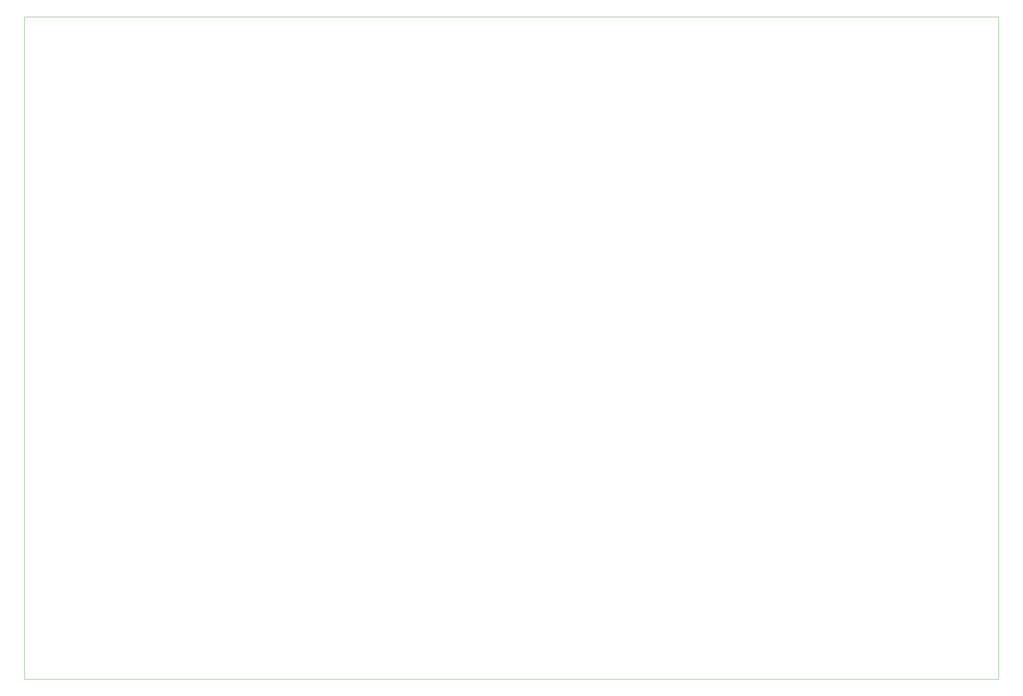
<source format=gbr>
%TF.GenerationSoftware,KiCad,Pcbnew,7.0.1*%
%TF.CreationDate,2023-11-29T11:44:19+01:00*%
%TF.ProjectId,DLP,444c502e-6b69-4636-9164-5f7063625858,rev?*%
%TF.SameCoordinates,Original*%
%TF.FileFunction,Profile,NP*%
%FSLAX46Y46*%
G04 Gerber Fmt 4.6, Leading zero omitted, Abs format (unit mm)*
G04 Created by KiCad (PCBNEW 7.0.1) date 2023-11-29 11:44:19*
%MOMM*%
%LPD*%
G01*
G04 APERTURE LIST*
%TA.AperFunction,Profile*%
%ADD10C,0.050000*%
%TD*%
G04 APERTURE END LIST*
D10*
X71120000Y-233500000D02*
X71120000Y-63500000D01*
X321120000Y-233500000D02*
X71120000Y-233500000D01*
X71120000Y-63500000D02*
X321120000Y-63500000D01*
X321120000Y-63500000D02*
X321120000Y-233500000D01*
M02*

</source>
